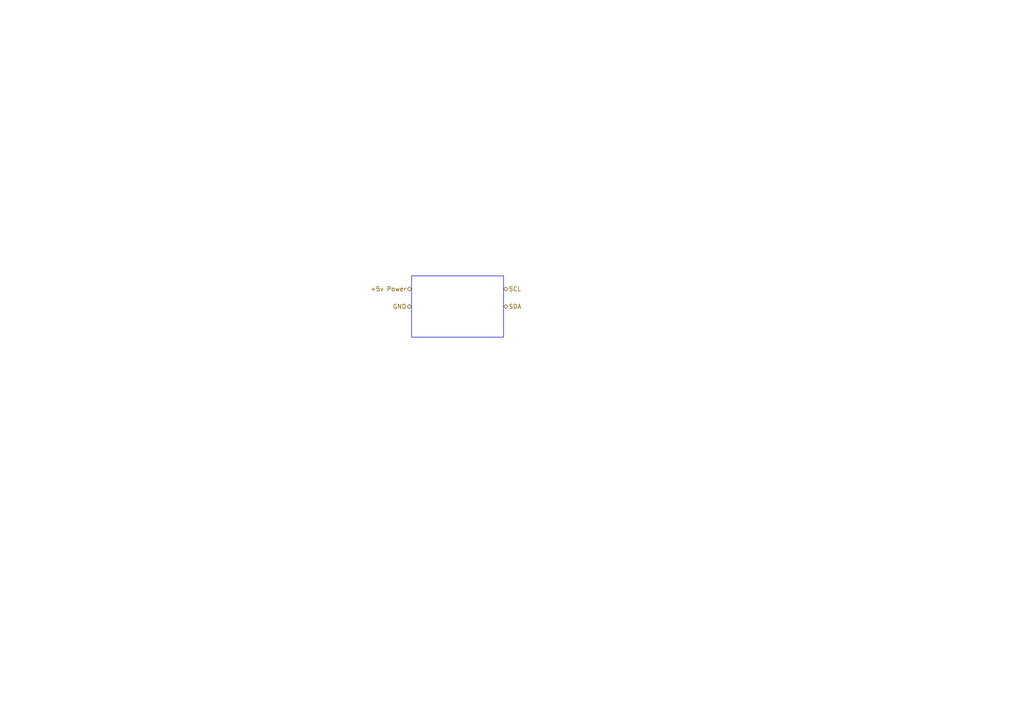
<source format=kicad_sch>
(kicad_sch
	(version 20231120)
	(generator "eeschema")
	(generator_version "8.0")
	(uuid "1d951d49-5218-4d82-aa21-0018819fba96")
	(paper "A4")
	(lib_symbols)
	(rectangle
		(start 119.38 80.01)
		(end 146.05 97.79)
		(stroke
			(width 0)
			(type default)
		)
		(fill
			(type none)
		)
		(uuid 56e77c53-987f-4df2-a1b7-793fef3bf518)
	)
	(hierarchical_label "SDA"
		(shape bidirectional)
		(at 146.05 88.9 0)
		(fields_autoplaced yes)
		(effects
			(font
				(size 1.27 1.27)
			)
			(justify left)
		)
		(uuid "601efac6-3fd9-4d00-a0cd-dc6e6e510243")
	)
	(hierarchical_label "GND"
		(shape bidirectional)
		(at 119.38 88.9 180)
		(fields_autoplaced yes)
		(effects
			(font
				(size 1.27 1.27)
			)
			(justify right)
		)
		(uuid "7741bd86-37bd-4a18-8c61-66a68ebf6b50")
	)
	(hierarchical_label "SCL"
		(shape bidirectional)
		(at 146.05 83.82 0)
		(fields_autoplaced yes)
		(effects
			(font
				(size 1.27 1.27)
			)
			(justify left)
		)
		(uuid "af9b540b-9dc4-49bf-8ed4-96b7a183b30e")
	)
	(hierarchical_label "+5v Power"
		(shape bidirectional)
		(at 119.38 83.82 180)
		(fields_autoplaced yes)
		(effects
			(font
				(size 1.27 1.27)
			)
			(justify right)
		)
		(uuid "c359fc27-8e48-4d68-8c42-7d5a23589db6")
	)
)

</source>
